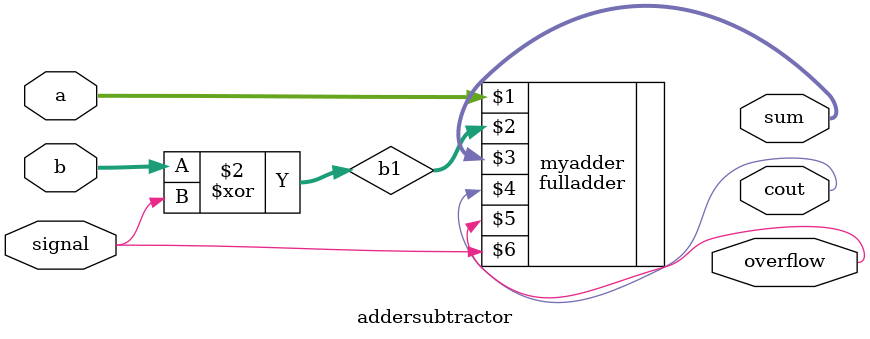
<source format=v>
module addersubtractor(a,b,sum,cout,overflow,signal);

	input [3:0] a,b;
	input signal;
	output [3:0] sum;
	
	output cout,overflow;
	reg [3:0] b1;
	initial
	begin
		b1 = b^signal;
		
	end
	fulladder myadder(a,b1,sum,cout,overflow,signal);
	
		
endmodule
			
</source>
